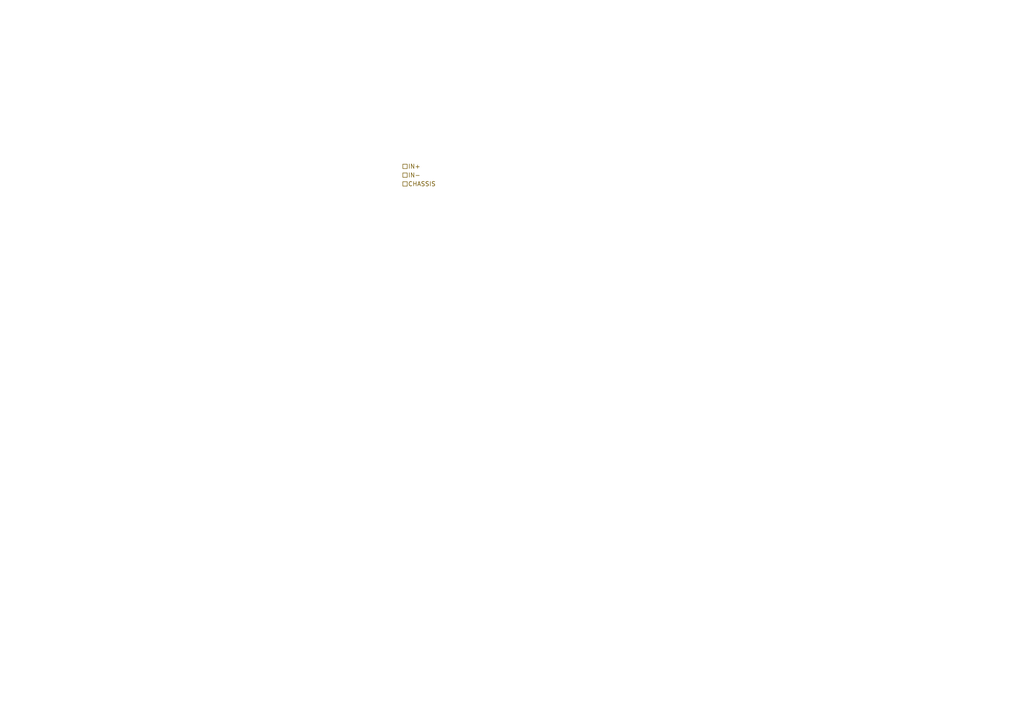
<source format=kicad_sch>
(kicad_sch
	(version 20250114)
	(generator "eeschema")
	(generator_version "9.0")
	(uuid "25d5d6e6-b4d0-46fc-a885-0e5b8482f0c0")
	(paper "A4")
	(lib_symbols)
	(hierarchical_label "IN+"
		(shape passive)
		(at 116.84 48.26 0)
		(effects
			(font
				(size 1.27 1.27)
			)
			(justify left)
		)
		(uuid "56cf0f87-4846-4f84-a3ef-1515651049d0")
	)
	(hierarchical_label "CHASSIS"
		(shape passive)
		(at 116.84 53.34 0)
		(effects
			(font
				(size 1.27 1.27)
			)
			(justify left)
		)
		(uuid "cbcfdff8-4089-4f40-ba86-1a351a3a1e5c")
	)
	(hierarchical_label "IN-"
		(shape passive)
		(at 116.84 50.8 0)
		(effects
			(font
				(size 1.27 1.27)
			)
			(justify left)
		)
		(uuid "d98defa4-8dff-4861-ad8e-4eb79f47e9c7")
	)
)

</source>
